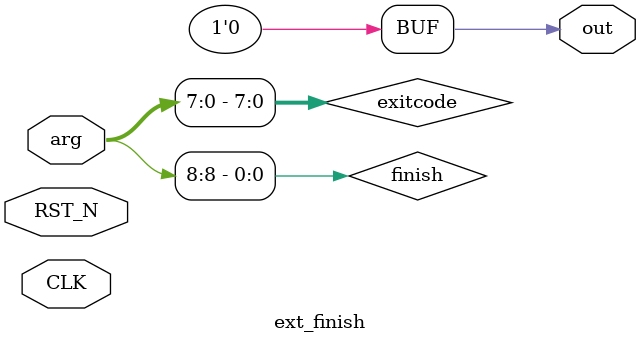
<source format=v>
module ext_finish(input wire CLK, input wire RST_N, input wire[8:0] arg, output wire out);
   wire finish;
   wire[7:0] exitcode;

   assign {finish, exitcode} = arg;
   assign out = 1'b0;

`ifndef STDERR
 `define STDERR 32'h80000002
`endif

`ifdef SIMULATION
   always @(posedge CLK)
     if (finish) begin
        if (exitcode == 0)
    	  $fwrite(`STDERR, "  [0;32mPASS[0m\n");
    	else
    	  $fwrite(`STDERR, "  [0;31mFAIL[0m (%0d)\n", exitcode);
        $stop();
     end
`endif
endmodule // ext_finish

</source>
